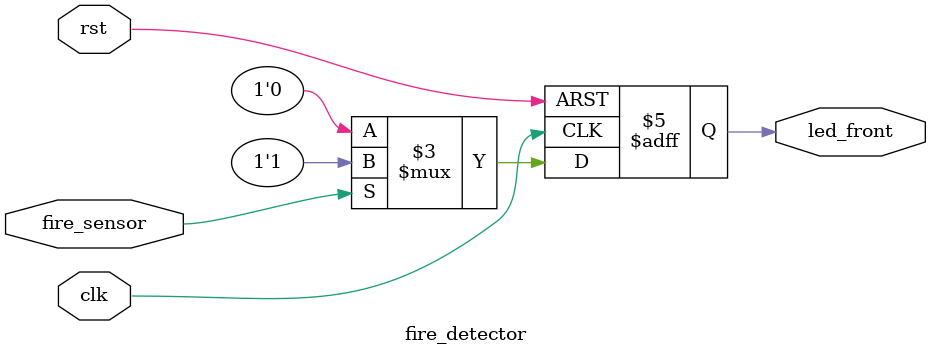
<source format=v>
module fire_detector (
    input wire clk,            // 클럭 입력
    input wire rst,            // 리셋 신호 (비동기)
    input wire fire_sensor, // 광저항 신호 (불꽃 감지)
    output reg led_front       // LED 출력 (불꽃 감지 시 켜짐)
);
    always @(posedge clk or posedge rst) begin
        if (rst) begin
            led_front <= 0; 
        end else if (fire_sensor) begin
            led_front <= 1; 
        end else begin
            led_front <= 0;
        end
    end
endmodule

</source>
